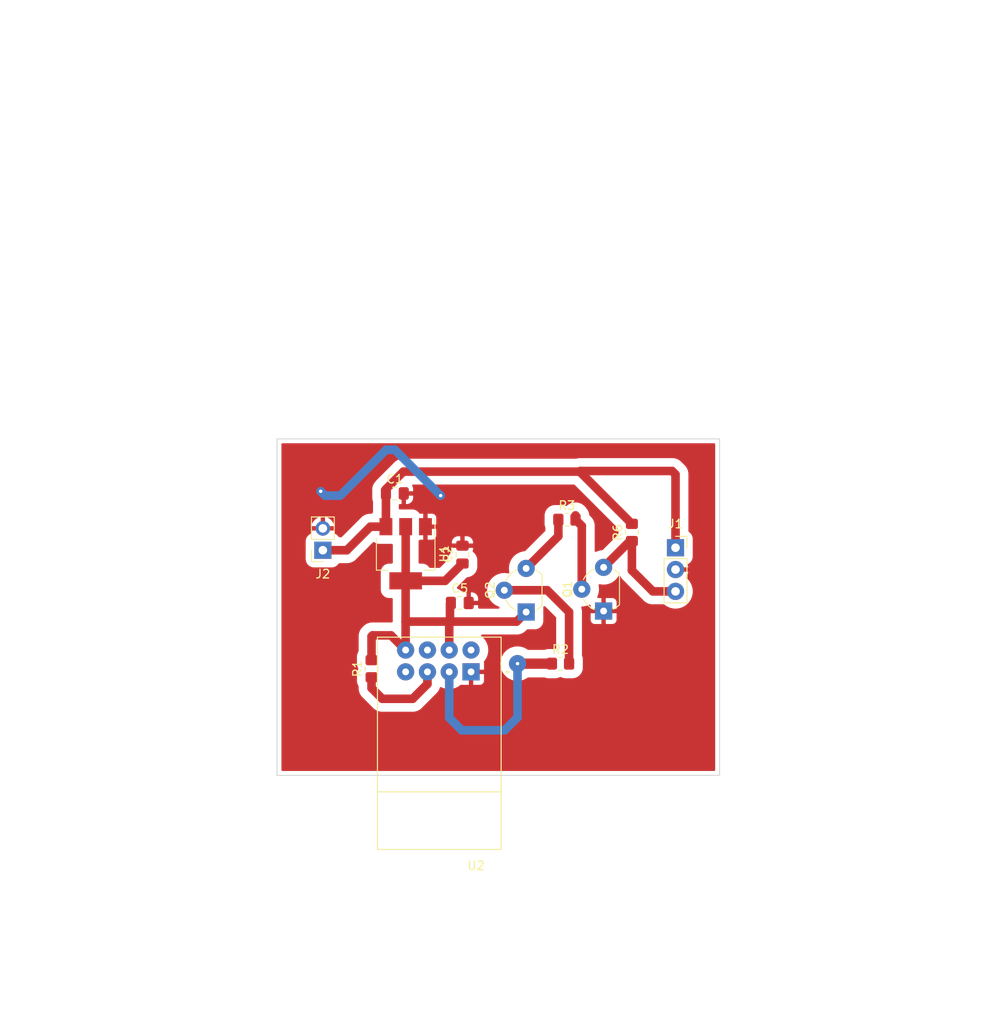
<source format=kicad_pcb>
(kicad_pcb (version 20211014) (generator pcbnew)
  (layers (0 "F.Cu" signal) (31 "B.Cu" signal) (34 "B.Paste" user) (35 "F.Paste" user) (36 "B.SilkS" user "B.Silkscreen") (37 "F.SilkS" user "F.Silkscreen") (38 "B.Mask" user) (39 "F.Mask" user) (44 "Edge.Cuts" user))
  (net 0 "")
  (net 1 "+5V")
  (net 2 "GND")
  (net 3 "3.3v")
  (net 4 "RELAY_IN")
  (net 5 "Net-(Q1-Pad2)")
  (net 6 "GPIO0")
  (net 7 "GPIO2")
  (net 11 "Net-(Q2-Pad2)")
  (net 12 "Net-(Q2-Pad3)")
  (footprint "Package_TO_SOT_THT:TO-92_Wide" (layer "F.Cu") (at 101.27 131.79 90)
    (fp_text reference "Q1" (at 2.55 -4.19 90) (layer "F.SilkS"))
    (fp_text value "2N3904")
    (fp_line (start 0.74 1.85) (end 4.34 1.85) (layer "F.SilkS") (width 0.12))
    (fp_arc (start 3.65 -2.35) (mid 4.382279 -1.833196) (end 4.895458 -1.098371) (layer "F.SilkS") (width 0.12))
    (fp_arc (start 0.172801 -1.103842) (mid 0.678995 -1.832692) (end 1.4 -2.35) (layer "F.SilkS") (width 0.12))
    (fp_arc (start 4.864184 1.122795) (mid 4.633903 1.509328) (end 4.34 1.85) (layer "F.SilkS") (width 0.12))
    (fp_arc (start 0.74 1.85) (mid 0.446097 1.509328) (end 0.215816 1.122795) (layer "F.SilkS") (width 0.12))
    (pad "1" thru_hole rect (at 0 0 90) (size 2 2) (drill 0.8) (layers *.Cu *.Mask) (net 2 "GND"))
    (pad "2" thru_hole circle (at 2.54 -2.54 90) (size 2 2) (drill 0.8) (layers *.Cu *.Mask) (net 5 "Net-(Q1-Pad2)"))
    (pad "3" thru_hole circle (at 5.08 0 90) (size 2 2) (drill 0.8) (layers *.Cu *.Mask) (net 4 "RELAY_IN"))
  )
  (footprint "Capacitor_SMD:C_0805_2012Metric_Pad1.18x1.45mm_HandSolder" (layer "F.Cu") (at 84.836 125.222 90)
    (fp_text reference "C2" (at 0 -1.68 90) (layer "F.SilkS"))
    (fp_text value "47u")
    (fp_line (start -0.261252 -0.735) (end 0.261252 -0.735) (layer "F.SilkS") (width 0.12))
    (fp_line (start -0.261252 0.735) (end 0.261252 0.735) (layer "F.SilkS") (width 0.12))
    (pad "1" smd roundrect (at -1.0375 0 90) (size 1.175 1.45) (layers "F.Cu" "F.Paste" "F.Mask") (roundrect_rratio 0.2127659574) (net 3 "3.3v"))
    (pad "2" smd roundrect (at 1.0375 0 90) (size 1.175 1.45) (layers "F.Cu" "F.Paste" "F.Mask") (roundrect_rratio 0.2127659574) (net 2 "GND"))
  )
  (footprint "ESP01:XCVR_ESP8266-01_ESP-01" (layer "F.Cu") (at 82.0275 147.175 180)
    (fp_text reference "U2" (at -4.385 -14.235) (layer "F.SilkS"))
    (fp_text value "ESP01")
    (fp_line (start 7.09 -5.65) (end -7.31 -5.65) (layer "F.SilkS") (width 0.127))
    (fp_line (start 7.09 12.35) (end -7.31 12.35) (layer "F.SilkS") (width 0.127))
    (fp_line (start -7.31 12.35) (end -7.31 -5.65) (layer "F.SilkS") (width 0.127))
    (fp_line (start 7.09 -12.35) (end 7.09 -5.65) (layer "F.SilkS") (width 0.127))
    (fp_line (start 7.09 -5.65) (end 7.09 12.35) (layer "F.SilkS") (width 0.127))
    (fp_line (start -7.31 -5.65) (end -7.31 -12.35) (layer "F.SilkS") (width 0.127))
    (fp_line (start -7.31 -12.35) (end 7.09 -12.35) (layer "F.SilkS") (width 0.127))
    (fp_circle (center -8.06 8.31) (end -7.96 8.31) (layer "F.SilkS") (width 0.2) (fill none))
    (pad "1" thru_hole rect (at -3.81 8.31 180) (size 2 2) (drill 0.8) (layers *.Cu *.Mask) (net 2 "GND"))
    (pad "2" thru_hole circle (at -1.27 8.31 180) (size 2 2) (drill 0.8) (layers *.Cu *.Mask) (net 7 "GPIO2"))
    (pad "3" thru_hole circle (at 1.27 8.31 180) (size 2 2) (drill 0.8) (layers *.Cu *.Mask) (net 6 "GPIO0"))
    (pad "4" thru_hole circle (at 3.81 8.31 180) (size 2 2) (drill 0.8) (layers *.Cu *.Mask))
    (pad "5" thru_hole circle (at -3.81 10.85 180) (size 2 2) (drill 0.8) (layers *.Cu *.Mask))
    (pad "6" thru_hole circle (at -1.27 10.85 180) (size 2 2) (drill 0.8) (layers *.Cu *.Mask) (net 3 "3.3v"))
    (pad "7" thru_hole circle (at 1.27 10.85 180) (size 2 2) (drill 0.8) (layers *.Cu *.Mask))
    (pad "8" thru_hole circle (at 3.81 10.85 180) (size 2 2) (drill 0.8) (layers *.Cu *.Mask) (net 3 "3.3v"))
    (zone (net 0) (net_name "") (layer "F.Cu") (connect_pads (clearance 0)) (min_thickness 0.01)
      (keepout (tracks not_allowed) (vias not_allowed) (pads not_allowed) (copperpour not_allowed) (footprints allowed))
      (fill (thermal_gap 0.508) (thermal_bridge_width 0.508))
      (polygon (pts (xy 89.3375 159.525) (xy 74.9375 159.525) (xy 74.9375 152.825) (xy 89.3375 152.825)))
    )
  )
  (footprint "Capacitor_SMD:C_0805_2012Metric_Pad1.18x1.45mm_HandSolder" (layer "F.Cu") (at 84.525 130.85)
    (fp_text reference "C5" (at 0 -1.68) (layer "F.SilkS"))
    (fp_text value "0.1u")
    (fp_line (start -0.261252 -0.735) (end 0.261252 -0.735) (layer "F.SilkS") (width 0.12))
    (fp_line (start -0.261252 0.735) (end 0.261252 0.735) (layer "F.SilkS") (width 0.12))
    (pad "1" smd roundrect (at -1.0375 0) (size 1.175 1.45) (layers "F.Cu" "F.Paste" "F.Mask") (roundrect_rratio 0.2127659574) (net 3 "3.3v"))
    (pad "2" smd roundrect (at 1.0375 0) (size 1.175 1.45) (layers "F.Cu" "F.Paste" "F.Mask") (roundrect_rratio 0.2127659574) (net 2 "GND"))
  )
  (footprint "Package_TO_SOT_THT:TO-92_Wide" (layer "F.Cu") (at 92.25 131.91 90)
    (fp_text reference "Q2" (at 2.55 -4.19 90) (layer "F.SilkS"))
    (fp_text value "2N3906")
    (fp_line (start 0.74 1.85) (end 4.34 1.85) (layer "F.SilkS") (width 0.12))
    (fp_arc (start 0.172801 -1.103842) (mid 0.678995 -1.832692) (end 1.4 -2.35) (layer "F.SilkS") (width 0.12))
    (fp_arc (start 4.864184 1.122795) (mid 4.633903 1.509328) (end 4.34 1.85) (layer "F.SilkS") (width 0.12))
    (fp_arc (start 0.74 1.85) (mid 0.446097 1.509328) (end 0.215816 1.122795) (layer "F.SilkS") (width 0.12))
    (fp_arc (start 3.65 -2.35) (mid 4.382279 -1.833196) (end 4.895458 -1.098371) (layer "F.SilkS") (width 0.12))
    (pad "1" thru_hole rect (at 0 0 90) (size 2 2) (drill 0.8) (layers *.Cu *.Mask) (net 3 "3.3v"))
    (pad "2" thru_hole circle (at 2.54 -2.54 90) (size 2 2) (drill 0.8) (layers *.Cu *.Mask) (net 11 "Net-(Q2-Pad2)"))
    (pad "3" thru_hole circle (at 5.08 0 90) (size 2 2) (drill 0.8) (layers *.Cu *.Mask) (net 12 "Net-(Q2-Pad3)"))
  )
  (footprint "Capacitor_SMD:C_0805_2012Metric_Pad1.18x1.45mm_HandSolder" (layer "F.Cu") (at 76.962 118.11)
    (fp_text reference "C1" (at 0 -1.68) (layer "F.SilkS"))
    (fp_text value "10u")
    (fp_line (start -0.261252 -0.735) (end 0.261252 -0.735) (layer "F.SilkS") (width 0.12))
    (fp_line (start -0.261252 0.735) (end 0.261252 0.735) (layer "F.SilkS") (width 0.12))
    (pad "1" smd roundrect (at -1.0375 0) (size 1.175 1.45) (layers "F.Cu" "F.Paste" "F.Mask") (roundrect_rratio 0.2127659574) (net 1 "+5V"))
    (pad "2" smd roundrect (at 1.0375 0) (size 1.175 1.45) (layers "F.Cu" "F.Paste" "F.Mask") (roundrect_rratio 0.2127659574) (net 2 "GND"))
  )
  (footprint "Resistor_SMD:R_0805_2012Metric_Pad1.20x1.40mm_HandSolder" (layer "F.Cu") (at 97 121.16)
    (fp_text reference "R3" (at 0 -1.65) (layer "F.SilkS"))
    (fp_text value "1k")
    (fp_line (start -0.227064 -0.735) (end 0.227064 -0.735) (layer "F.SilkS") (width 0.12))
    (fp_line (start -0.227064 0.735) (end 0.227064 0.735) (layer "F.SilkS") (width 0.12))
    (pad "1" smd roundrect (at -1 0) (size 1.2 1.4) (layers "F.Cu" "F.Paste" "F.Mask") (roundrect_rratio 0.2083333333) (net 12 "Net-(Q2-Pad3)"))
    (pad "2" smd roundrect (at 1 0) (size 1.2 1.4) (layers "F.Cu" "F.Paste" "F.Mask") (roundrect_rratio 0.2083333333) (net 5 "Net-(Q1-Pad2)"))
  )
  (footprint "Connector_PinSocket_2.54mm:PinSocket_1x03_P2.54mm_Vertical" (layer "F.Cu") (at 109.644 124.424)
    (fp_text reference "J1" (at 0 -2.77) (layer "F.SilkS"))
    (fp_text value "Relay")
    (fp_line (start 0 -1.33) (end 1.33 -1.33) (layer "F.SilkS") (width 0.12))
    (fp_line (start 1.33 -1.33) (end 1.33 0) (layer "F.SilkS") (width 0.12))
    (fp_line (start -1.33 1.27) (end 1.33 1.27) (layer "F.SilkS") (width 0.12))
    (fp_line (start 1.33 1.27) (end 1.33 6.41) (layer "F.SilkS") (width 0.12))
    (fp_line (start -1.33 1.27) (end -1.33 6.41) (layer "F.SilkS") (width 0.12))
    (fp_line (start -1.33 6.41) (end 1.33 6.41) (layer "F.SilkS") (width 0.12))
    (pad "1" thru_hole rect (at 0 0) (size 2 2) (drill 1) (layers *.Cu *.Mask) (net 1 "+5V"))
    (pad "2" thru_hole oval (at 0 2.54) (size 2 2) (drill 1) (layers *.Cu *.Mask) (net 2 "GND"))
    (pad "3" thru_hole oval (at 0 5.08) (size 2 2) (drill 1) (layers *.Cu *.Mask) (net 4 "RELAY_IN"))
  )
  (footprint "Resistor_SMD:R_0805_2012Metric_Pad1.20x1.40mm_HandSolder" (layer "F.Cu") (at 104.564 122.646 90)
    (fp_text reference "R6" (at 0 -1.65 90) (layer "F.SilkS"))
    (fp_text value "1k")
    (fp_line (start -0.227064 -0.735) (end 0.227064 -0.735) (layer "F.SilkS") (width 0.12))
    (fp_line (start -0.227064 0.735) (end 0.227064 0.735) (layer "F.SilkS") (width 0.12))
    (pad "1" smd roundrect (at -1 0 90) (size 1.2 1.4) (layers "F.Cu" "F.Paste" "F.Mask") (roundrect_rratio 0.2083333333) (net 4 "RELAY_IN"))
    (pad "2" smd roundrect (at 1 0 90) (size 1.2 1.4) (layers "F.Cu" "F.Paste" "F.Mask") (roundrect_rratio 0.2083333333) (net 1 "+5V"))
  )
  (footprint "Connector_PinSocket_2.54mm:PinSocket_1x02_P2.54mm_Vertical" (layer "F.Cu") (at 68.58 124.714 180)
    (fp_text reference "J2" (at 0 -2.77) (layer "F.SilkS"))
    (fp_text value "Conn_01x02_Male")
    (fp_line (start 0 -1.33) (end 1.33 -1.33) (layer "F.SilkS") (width 0.12))
    (fp_line (start -1.33 3.87) (end 1.33 3.87) (layer "F.SilkS") (width 0.12))
    (fp_line (start 1.33 1.27) (end 1.33 3.87) (layer "F.SilkS") (width 0.12))
    (fp_line (start 1.33 -1.33) (end 1.33 0) (layer "F.SilkS") (width 0.12))
    (fp_line (start -1.33 1.27) (end -1.33 3.87) (layer "F.SilkS") (width 0.12))
    (fp_line (start -1.33 1.27) (end 1.33 1.27) (layer "F.SilkS") (width 0.12))
    (pad "1" thru_hole rect (at 0 0 180) (size 2 2) (drill 1) (layers *.Cu *.Mask) (net 1 "+5V"))
    (pad "2" thru_hole oval (at 0 2.54 180) (size 1.7 1.7) (drill 1) (layers *.Cu *.Mask) (net 2 "GND"))
  )
  (footprint "Resistor_SMD:R_0805_2012Metric_Pad1.20x1.40mm_HandSolder" (layer "F.Cu") (at 96.25 137.91)
    (fp_text reference "R2" (at 0 -1.65) (layer "F.SilkS"))
    (fp_text value "1k")
    (fp_line (start -0.227064 0.735) (end 0.227064 0.735) (layer "F.SilkS") (width 0.12))
    (fp_line (start -0.227064 -0.735) (end 0.227064 -0.735) (layer "F.SilkS") (width 0.12))
    (pad "1" smd roundrect (at -1 0) (size 1.2 1.4) (layers "F.Cu" "F.Paste" "F.Mask") (roundrect_rratio 0.2083333333) (net 7 "GPIO2"))
    (pad "2" smd roundrect (at 1 0) (size 1.2 1.4) (layers "F.Cu" "F.Paste" "F.Mask") (roundrect_rratio 0.2083333333) (net 11 "Net-(Q2-Pad2)"))
  )
  (footprint "Resistor_SMD:R_0805_2012Metric_Pad1.20x1.40mm_HandSolder" (layer "F.Cu") (at 74.25 138.5 90)
    (fp_text reference "R1" (at 0 -1.65 90) (layer "F.SilkS"))
    (fp_text value "10k")
    (fp_line (start -0.227064 -0.735) (end 0.227064 -0.735) (layer "F.SilkS") (width 0.12))
    (fp_line (start -0.227064 0.735) (end 0.227064 0.735) (layer "F.SilkS") (width 0.12))
    (pad "1" smd roundrect (at -1 0 90) (size 1.2 1.4) (layers "F.Cu" "F.Paste" "F.Mask") (roundrect_rratio 0.2083333333) (net 6 "GPIO0"))
    (pad "2" smd roundrect (at 1 0 90) (size 1.2 1.4) (layers "F.Cu" "F.Paste" "F.Mask") (roundrect_rratio 0.2083333333) (net 3 "3.3v"))
  )
  (footprint "Package_TO_SOT_SMD:SOT-223-3_TabPin2" (layer "F.Cu") (at 78.225 125.125 -90)
    (fp_text reference "U1" (at 0 -4.5 90) (layer "F.SilkS"))
    (fp_text value "AMS1117-3.3")
    (fp_line (start -1.85 3.41) (end 1.91 3.41) (layer "F.SilkS") (width 0.12))
    (fp_line (start -4.1 -3.41) (end 1.91 -3.41) (layer "F.SilkS") (width 0.12))
    (fp_line (start 1.91 -3.41) (end 1.91 -2.15) (layer "F.SilkS") (width 0.12))
    (fp_line (start 1.91 3.41) (end 1.91 2.15) (layer "F.SilkS") (width 0.12))
    (pad "1" smd rect (at -3.15 -2.3 270) (size 2 1.5) (layers "F.Cu" "F.Paste" "F.Mask") (net 2 "GND"))
    (pad "2" smd rect (at 3.15 0 270) (size 2 3.8) (layers "F.Cu" "F.Paste" "F.Mask") (net 3 "3.3v"))
    (pad "2" smd rect (at -3.15 0 270) (size 2 1.5) (layers "F.Cu" "F.Paste" "F.Mask") (net 3 "3.3v"))
    (pad "3" smd rect (at -3.15 2.3 270) (size 2 1.5) (layers "F.Cu" "F.Paste" "F.Mask") (net 1 "+5V"))
  )
  (gr_poly (pts (xy 114.772 150.904) (xy 63.246 150.904) (xy 63.246 111.76) (xy 114.772 111.76)) (layer "Edge.Cuts") (width 0.1) (fill none))
  (segment (start 75.9245 118.11) (end 75.9245 121.9745) (width 1) (layer "F.Cu") (net 1))
  (segment (start 74.113 121.975) (end 75.925 121.975) (width 1) (layer "F.Cu") (net 1))
  (segment (start 98.488 115.57) (end 104.564 121.646) (width 1) (layer "F.Cu") (net 1))
  (segment (start 77.959912 115.57) (end 98.488 115.57) (width 1) (layer "F.Cu") (net 1))
  (segment (start 71.374 124.714) (end 74.113 121.975) (width 1) (layer "F.Cu") (net 1))
  (segment (start 98.558 115.5) (end 109.25 115.5) (width 1) (layer "F.Cu") (net 1))
  (segment (start 75.9245 121.9745) (end 75.925 121.975) (width 1) (layer "F.Cu") (net 1))
  (segment (start 109.644 115.894) (end 109.644 124.424) (width 1) (layer "F.Cu") (net 1))
  (segment (start 109.25 115.5) (end 109.644 115.894) (width 1) (layer "F.Cu") (net 1))
  (segment (start 75.9245 118.11) (end 75.9245 117.605412) (width 1) (layer "F.Cu") (net 1))
  (segment (start 68.58 124.714) (end 71.374 124.714) (width 1) (layer "F.Cu") (net 1))
  (segment (start 75.9245 117.605412) (end 77.959912 115.57) (width 1) (layer "F.Cu") (net 1))
  (segment (start 98.488 115.57) (end 98.558 115.5) (width 1) (layer "F.Cu") (net 1))
  (via (at 82.296 118.364) (size 1) (drill 0.4) (layers "F.Cu" "B.Cu") (net 2))
  (via (at 68.326 117.856) (size 1) (drill 0.4) (layers "F.Cu" "B.Cu") (net 2))
  (segment (start 82.296 118.364) (end 76.962 113.03) (width 1) (layer "B.Cu") (net 2))
  (segment (start 75.946 113.03) (end 70.612 118.364) (width 1) (layer "B.Cu") (net 2))
  (segment (start 70.612 118.364) (end 68.834 118.364) (width 1) (layer "B.Cu") (net 2))
  (segment (start 68.834 118.364) (end 68.326 117.856) (width 1) (layer "B.Cu") (net 2))
  (segment (start 76.962 113.03) (end 75.946 113.03) (width 1) (layer "B.Cu") (net 2))
  (segment (start 83.3825 133.0175) (end 83.3825 130.955) (width 1) (layer "F.Cu") (net 3))
  (segment (start 83.3825 133.0175) (end 91.1425 133.0175) (width 1) (layer "F.Cu") (net 3))
  (segment (start 74.25 137.5) (end 74.25 134.74) (width 1) (layer "F.Cu") (net 3))
  (segment (start 78.2175 133.0175) (end 78.2175 128.2825) (width 1) (layer "F.Cu") (net 3))
  (segment (start 78.2175 128.2825) (end 78.225 128.275) (width 0.4) (layer "F.Cu") (net 3))
  (segment (start 83.3825 133.0175) (end 83.2975 133.1025) (width 1) (layer "F.Cu") (net 3))
  (segment (start 74.37 134.62) (end 76.5125 134.62) (width 1) (layer "F.Cu") (net 3))
  (segment (start 91.1425 133.0175) (end 92.25 131.91) (width 1) (layer "F.Cu") (net 3))
  (segment (start 74.25 134.74) (end 74.37 134.62) (width 1) (layer "F.Cu") (net 3))
  (segment (start 76.5125 134.62) (end 78.2175 136.325) (width 1) (layer "F.Cu") (net 3))
  (segment (start 83.3825 130.955) (end 83.4875 130.85) (width 1) (layer "F.Cu") (net 3))
  (segment (start 78.2175 136.325) (end 78.2175 133.0175) (width 1) (layer "F.Cu") (net 3))
  (segment (start 82.8205 128.275) (end 84.836 126.2595) (width 1) (layer "F.Cu") (net 3))
  (segment (start 83.2975 133.1025) (end 83.2975 136.325) (width 1) (layer "F.Cu") (net 3))
  (segment (start 78.225 121.975) (end 78.225 128.275) (width 1) (layer "F.Cu") (net 3))
  (segment (start 78.2175 133.0175) (end 83.3825 133.0175) (width 1) (layer "F.Cu") (net 3))
  (segment (start 78.225 128.275) (end 82.8205 128.275) (width 1) (layer "F.Cu") (net 3))
  (segment (start 107.004 129.504) (end 109.644 129.504) (width 1) (layer "F.Cu") (net 4))
  (segment (start 104.334 123.646) (end 101.27 126.71) (width 1) (layer "F.Cu") (net 4))
  (segment (start 104.564 123.646) (end 104.334 123.646) (width 0.4) (layer "F.Cu") (net 4))
  (segment (start 104.564 123.646) (end 104.564 127.064) (width 1) (layer "F.Cu") (net 4))
  (segment (start 104.564 127.064) (end 107.004 129.504) (width 1) (layer "F.Cu") (net 4))
  (segment (start 98 121.16) (end 98 120.66) (width 1) (layer "F.Cu") (net 5))
  (segment (start 98.73 129.25) (end 98.73 121.89) (width 1) (layer "F.Cu") (net 5))
  (segment (start 98.73 121.89) (end 98 121.16) (width 1) (layer "F.Cu") (net 5))
  (segment (start 80.7575 140.279213) (end 79.036713 142) (width 1) (layer "F.Cu") (net 6))
  (segment (start 74.25 140.75) (end 74.25 139.5) (width 1) (layer "F.Cu") (net 6))
  (segment (start 75.5 142) (end 74.25 140.75) (width 1) (layer "F.Cu") (net 6))
  (segment (start 80.7575 138.865) (end 80.7575 140.279213) (width 1) (layer "F.Cu") (net 6))
  (segment (start 79.036713 142) (end 75.5 142) (width 1) (layer "F.Cu") (net 6))
  (segment (start 95.25 137.91) (end 91.25 137.91) (width 1.2) (layer "F.Cu") (net 7))
  (via (at 91.25 137.91) (size 2) (drill 0.4) (layers "F.Cu" "B.Cu") (net 7))
  (segment (start 91.25 137.91) (end 91.25 144.16) (width 1) (layer "B.Cu") (net 7))
  (segment (start 91.25 144.16) (end 89.75 145.66) (width 1) (layer "B.Cu") (net 7))
  (segment (start 89.75 145.66) (end 84.75 145.66) (width 1) (layer "B.Cu") (net 7))
  (segment (start 83.2975 144.2075) (end 83.2975 138.865) (width 1) (layer "B.Cu") (net 7))
  (segment (start 84.75 145.66) (end 83.2975 144.2075) (width 1) (layer "B.Cu") (net 7))
  (segment (start 97.25 131.91) (end 97.25 137.91) (width 1) (layer "F.Cu") (net 11))
  (segment (start 89.71 129.37) (end 94.71 129.37) (width 1) (layer "F.Cu") (net 11))
  (segment (start 94.71 129.37) (end 97.25 131.91) (width 1) (layer "F.Cu") (net 11))
  (segment (start 96 121.16) (end 96 123.08) (width 1) (layer "F.Cu") (net 12))
  (segment (start 96 123.08) (end 92.25 126.83) (width 1) (layer "F.Cu") (net 12))
  (zone (net 2) (net_name "GND") (layer "F.Cu") (connect_pads (clearance 0.508)) (min_thickness 0.254) (fill yes (thermal_gap 0.508) (thermal_bridge_width 0.508))
    (polygon (pts (xy 145.796 179.832) (xy 30.988 179.832) (xy 30.988 60.706) (xy 145.796 60.706)))
    (polygon (pts (xy 103.25 116.66) (xy 103 116.41) (xy 103.049233 116.642737) (xy 102.75 116.41) (xy 103.224783 117.472609) (xy 105.75 129.41) (xy 108.75 128.41) (xy 108.5 116.41)))
  )
)
</source>
